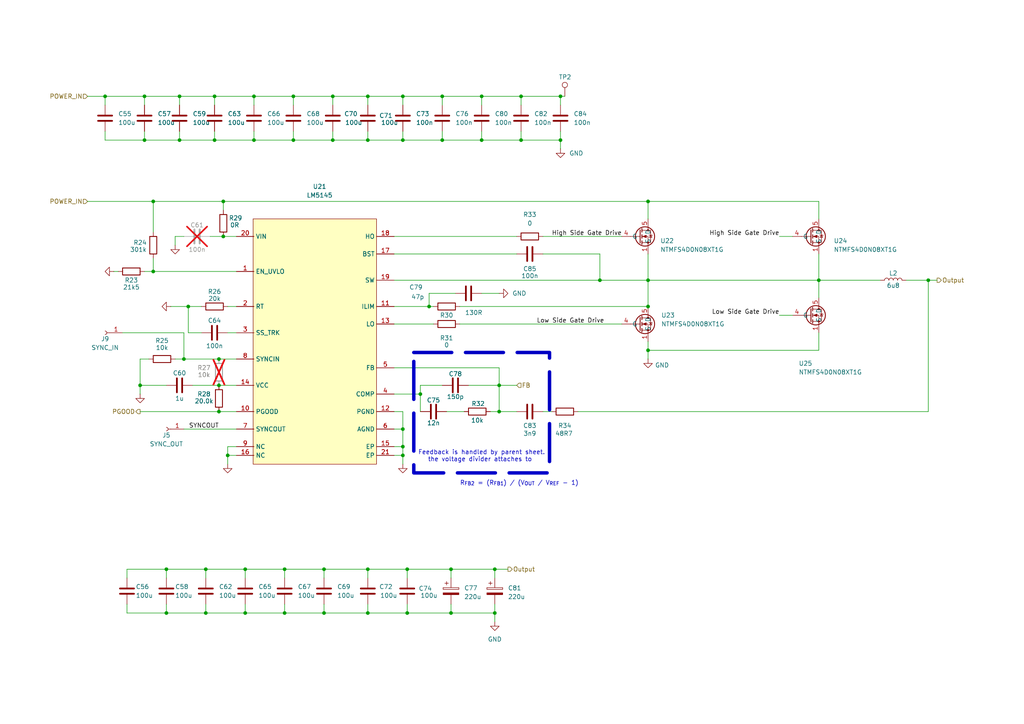
<source format=kicad_sch>
(kicad_sch (version 20250114) (generator "eeschema") (generator_version "9.0")
  (paper "A4")
  (title_block (rev "Vol. 2") (company "University of Alberta EcoCar Team"))
  (lib_symbols
    (symbol "Connector:Conn_01x01_Socket" (pin_names (offset 1.016) (hide yes))
      (property "Reference" "J" (at 0 2.54 0))
      (property "Value" "Conn_01x01_Socket" (at 0 -2.54 0))
      (symbol "Conn_01x01_Socket_1_1"
        (polyline (pts (xy -1.27 0) (xy -0.508 0)) (stroke (width 0.1524)))
        (arc (start 0 -0.508) (mid -0.5058 0) (end 0 0.508) (stroke (width 0.1524)))
        (pin passive line (at -5.08 0 0) (length 3.81) (name "Pin_1") (number "1"))
      )
    )
    (symbol "Connector:TestPoint" (pin_numbers (hide yes)) (pin_names (offset 0.762) (hide yes))
      (property "Reference" "TP" (at 0 6.858 0))
      (property "Value" "TestPoint" (at 0 5.08 0))
      (symbol "TestPoint_0_1"
        (circle (center 0 3.302) (radius 0.762))
      )
      (symbol "TestPoint_1_1"
        (pin passive line (at 0 0 90) (length 2.54) (name "1") (number "1"))
      )
    )
    (symbol "Device:C" (pin_numbers (hide yes)) (pin_names (offset 0.254))
      (property "Reference" "C" (at 0.635 2.54 0))
      (property "Value" "C" (at 0.635 -2.54 0))
      (symbol "C_0_1"
        (polyline (pts (xy -2.032 0.762) (xy 2.032 0.762)) (stroke (width 0.508)))
        (polyline (pts (xy -2.032 -0.762) (xy 2.032 -0.762)) (stroke (width 0.508)))
      )
      (symbol "C_1_1"
        (pin passive line (at 0 3.81 270) (length 2.794) (name "~") (number "1"))
        (pin passive line (at 0 -3.81 90) (length 2.794) (name "~") (number "2"))
      )
    )
    (symbol "Device:C_Polarized" (pin_numbers (hide yes)) (pin_names (offset 0.254))
      (property "Reference" "C" (at 0.635 2.54 0))
      (property "Value" "C_Polarized" (at 0.635 -2.54 0))
      (symbol "C_Polarized_0_1"
        (rectangle (start -2.286 0.508) (end 2.286 1.016))
        (polyline (pts (xy -1.778 2.286) (xy -0.762 2.286)))
        (polyline (pts (xy -1.27 2.794) (xy -1.27 1.778)))
        (rectangle (start 2.286 -0.508) (end -2.286 -1.016) (fill (type outline)))
      )
      (symbol "C_Polarized_1_1"
        (pin passive line (at 0 3.81 270) (length 2.794) (name "~") (number "1"))
        (pin passive line (at 0 -3.81 90) (length 2.794) (name "~") (number "2"))
      )
    )
    (symbol "Device:L" (pin_numbers (hide yes)) (pin_names (offset 1.016) (hide yes))
      (property "Reference" "L" (at -1.27 0 90))
      (property "Value" "L" (at 1.905 0 90))
      (symbol "L_0_1"
        (arc (start 0 2.54) (mid 0.6323 1.905) (end 0 1.27))
        (arc (start 0 1.27) (mid 0.6323 0.635) (end 0 0))
        (arc (start 0 0) (mid 0.6323 -0.635) (end 0 -1.27))
        (arc (start 0 -1.27) (mid 0.6323 -1.905) (end 0 -2.54))
      )
      (symbol "L_1_1"
        (pin passive line (at 0 3.81 270) (length 1.27) (name "1") (number "1"))
        (pin passive line (at 0 -3.81 90) (length 1.27) (name "2") (number "2"))
      )
    )
    (symbol "Device:R" (pin_numbers (hide yes)) (pin_names (offset 0))
      (property "Reference" "R" (at 2.032 0 90))
      (property "Value" "R" (at 0 0 90))
      (symbol "R_0_1"
        (rectangle (start -1.016 -2.54) (end 1.016 2.54) (stroke (width 0.254)))
      )
      (symbol "R_1_1"
        (pin passive line (at 0 3.81 270) (length 1.27) (name "~") (number "1"))
        (pin passive line (at 0 -3.81 90) (length 1.27) (name "~") (number "2"))
      )
    )
    (symbol "ecocad_lib_symbols:LM5145"
      (property "Reference" "U" (at -0.254 38.354 0))
      (property "Value" "LM5145" (at 0 0.254 0))
      (symbol "LM5145_0_1"
        (pin power_in line (at -24.13 30.734 0) (length 5.08) (name "VIN") (number "20"))
        (pin input line (at -24.13 20.574 0) (length 5.08) (name "EN_UVLO") (number "1"))
        (pin input line (at -24.13 10.414 0) (length 5.08) (name "RT") (number "2"))
        (pin input line (at -24.13 2.794 0) (length 5.08) (name "SS_TRK") (number "3"))
        (pin input line (at -24.13 -4.826 0) (length 5.08) (name "SYNCIN") (number "8"))
        (pin power_in line (at -24.13 -12.446 0) (length 5.08) (name "VCC") (number "14"))
        (pin open_collector line (at -24.13 -20.066 0) (length 5.08) (name "PGOOD") (number "10"))
        (pin output line (at -24.13 -25.146 0) (length 5.08) (name "SYNCOUT") (number "7"))
        (pin unspecified line (at -24.13 -30.226 0) (length 5.08) (name "NC") (number "9"))
        (pin unspecified line (at -24.13 -32.766 0) (length 5.08) (name "NC") (number "16"))
        (pin output line (at 21.59 30.734 180) (length 5.08) (name "HO") (number "18"))
        (pin unspecified line (at 21.59 25.654 180) (length 5.08) (name "BST") (number "17"))
        (pin power_in line (at 21.59 18.034 180) (length 5.08) (name "SW") (number "19"))
        (pin input line (at 21.59 10.414 180) (length 5.08) (name "ILIM") (number "11"))
        (pin output line (at 21.59 5.334 180) (length 5.08) (name "LO") (number "13"))
        (pin input line (at 21.59 -7.366 180) (length 5.08) (name "FB") (number "5"))
        (pin unspecified line (at 21.59 -14.986 180) (length 5.08) (name "COMP") (number "4"))
        (pin power_in line (at 21.59 -20.066 180) (length 5.08) (name "PGND") (number "12"))
        (pin power_in line (at 21.59 -25.146 180) (length 5.08) (name "AGND") (number "6"))
        (pin power_in line (at 21.59 -30.226 180) (length 5.08) (name "EP") (number "15"))
        (pin power_in line (at 21.59 -32.766 180) (length 5.08) (name "EP") (number "21"))
      )
      (symbol "LM5145_1_1"
        (rectangle (start -19.304 35.814) (end 16.51 -35.306) (fill (type background)))
      )
    )
    (symbol "ecocad_lib_symbols:NTMFS4D0N08XT1G"
      (property "Reference" "U" (at 3.556 5.08 0))
      (property "Value" "NTMFS4D0N08XT1G" (at 11.938 2.794 0))
      (property "DK#" "488-NTMFS4D0N08XT1GCT-ND" (at 0.762 -13.97 0))
      (symbol "NTMFS4D0N08XT1G_0_1"
        (polyline (pts (xy -2.286 1.905) (xy -2.286 -1.905)) (stroke (width 0.254)))
        (polyline (pts (xy -2.286 0) (xy -5.08 0)))
        (polyline (pts (xy -1.778 2.286) (xy -1.778 1.27)) (stroke (width 0.254)))
        (polyline (pts (xy -1.778 0.508) (xy -1.778 -0.508)) (stroke (width 0.254)))
        (polyline (pts (xy -1.778 -1.27) (xy -1.778 -2.286)) (stroke (width 0.254)))
        (polyline (pts (xy -1.778 -1.778) (xy 0.762 -1.778) (xy 0.762 1.778) (xy -1.778 1.778)))
        (polyline (pts (xy -1.524 0) (xy -0.508 0.381) (xy -0.508 -0.381) (xy -1.524 0)) (fill (type outline)))
        (circle (center -0.889 0) (radius 2.794) (stroke (width 0.254)))
        (polyline (pts (xy 0 2.54) (xy 0 1.778)))
        (circle (center 0 1.778) (radius 0.254) (fill (type outline)))
        (circle (center 0 -1.778) (radius 0.254) (fill (type outline)))
        (polyline (pts (xy 0 -2.54) (xy 0 0) (xy -1.778 0)))
        (polyline (pts (xy 0.254 0.508) (xy 0.381 0.381) (xy 1.143 0.381) (xy 1.27 0.254)))
        (polyline (pts (xy 0.762 0.381) (xy 0.381 -0.254) (xy 1.143 -0.254) (xy 0.762 0.381)))
      )
      (symbol "NTMFS4D0N08XT1G_1_1"
        (pin input line (at -7.62 0 0) (length 2.54) (name "G") (number "4"))
        (pin passive line (at 0 5.08 270) (length 2.54) (name "D") (number "5"))
        (pin passive line (at 0 -5.08 90) (length 2.54) (name "S") (number "1"))
        (pin passive line (at 0 -5.08 90) (length 2.54) (hide yes) (name "S") (number "2"))
        (pin passive line (at 0 -5.08 90) (length 2.54) (hide yes) (name "S") (number "3"))
      )
    )
    (symbol "power:GND" (power) (pin_numbers (hide yes)) (pin_names (offset 0) (hide yes))
      (property "Value" "GND" (at 0 -3.81 0))
      (symbol "GND_0_1"
        (polyline (pts (xy 0 0) (xy 0 -1.27) (xy 1.27 -1.27) (xy 0 -2.54) (xy -1.27 -1.27) (xy 0 -1.27)))
      )
      (symbol "GND_1_1"
        (pin power_in line (at 0 0 270) (length 0) (name "~") (number "1"))
      )
    )
  )
  (rectangle (start 120.015 102.235) (end 159.385 137.16) (stroke (width 1) (type dash) (color 0 0 194 1)))
  (text "Feedback is handled by parent sheet.\nthe voltage divider attaches to " (at 139.7 132.334 0) (effects (font (size 1.27 1.27))))
  (text "R_{FB2} = (R_{FB1}) / (V_{OUT} / V_{REF} - 1)" (at 150.622 140.208 0) (effects (font (size 1.27 1.27))))
  (junction (at 63.5 111.76))
  (junction (at 116.84 40.64))
  (junction (at 41.91 40.64))
  (junction (at 130.81 177.8))
  (junction (at 96.52 40.64))
  (junction (at 173.99 81.28))
  (junction (at 53.34 104.14))
  (junction (at 106.68 177.8))
  (junction (at 40.64 111.76))
  (junction (at 269.24 81.28))
  (junction (at 93.98 165.1))
  (junction (at 85.09 27.94))
  (junction (at 82.55 177.8))
  (junction (at 116.84 129.54))
  (junction (at 118.11 165.1))
  (junction (at 59.69 165.1))
  (junction (at 106.68 40.64))
  (junction (at 187.96 101.6))
  (junction (at 41.91 27.94))
  (junction (at 128.27 40.64))
  (junction (at 116.84 132.08))
  (junction (at 116.84 124.46))
  (junction (at 162.56 27.94))
  (junction (at 121.92 114.3))
  (junction (at 62.23 40.64))
  (junction (at 124.46 88.9))
  (junction (at 130.81 165.1))
  (junction (at 71.12 165.1))
  (junction (at 44.45 78.74))
  (junction (at 52.07 27.94))
  (junction (at 96.52 27.94))
  (junction (at 143.51 177.8))
  (junction (at 66.04 132.08))
  (junction (at 44.45 58.42))
  (junction (at 48.26 165.1))
  (junction (at 151.13 27.94))
  (junction (at 64.77 68.58))
  (junction (at 162.56 40.64))
  (junction (at 54.61 88.9))
  (junction (at 106.68 165.1))
  (junction (at 144.78 119.38))
  (junction (at 48.26 177.8))
  (junction (at 62.23 27.94))
  (junction (at 30.48 27.94))
  (junction (at 73.66 27.94))
  (junction (at 59.69 177.8))
  (junction (at 63.5 104.14))
  (junction (at 93.98 177.8))
  (junction (at 143.51 165.1))
  (junction (at 82.55 165.1))
  (junction (at 187.96 88.9))
  (junction (at 187.96 58.42))
  (junction (at 237.49 81.28))
  (junction (at 73.66 40.64))
  (junction (at 144.78 111.76))
  (junction (at 63.5 119.38))
  (junction (at 139.7 27.94))
  (junction (at 118.11 177.8))
  (junction (at 116.84 27.94))
  (junction (at 52.07 40.64))
  (junction (at 64.77 58.42))
  (junction (at 151.13 40.64))
  (junction (at 71.12 177.8))
  (junction (at 128.27 27.94))
  (junction (at 139.7 40.64))
  (junction (at 106.68 27.94))
  (junction (at 85.09 40.64))
  (junction (at 187.96 81.28))
  (wire (pts (xy 52.07 40.64) (xy 52.07 38.1)))
  (wire (pts (xy 128.27 30.48) (xy 128.27 27.94)))
  (wire (pts (xy 71.12 177.8) (xy 71.12 175.26)))
  (wire (pts (xy 139.7 40.64) (xy 151.13 40.64)))
  (wire (pts (xy 82.55 165.1) (xy 82.55 167.64)))
  (wire (pts (xy 53.34 104.14) (xy 63.5 104.14)))
  (wire (pts (xy 114.3 81.28) (xy 173.99 81.28)))
  (wire (pts (xy 53.34 96.52) (xy 53.34 104.14)))
  (wire (pts (xy 237.49 96.52) (xy 237.49 101.6)))
  (wire (pts (xy 139.7 30.48) (xy 139.7 27.94)))
  (wire (pts (xy 25.4 27.94) (xy 30.48 27.94)))
  (wire (pts (xy 151.13 40.64) (xy 162.56 40.64)))
  (wire (pts (xy 52.07 30.48) (xy 52.07 27.94)))
  (wire (pts (xy 30.48 40.64) (xy 41.91 40.64)))
  (wire (pts (xy 30.48 30.48) (xy 30.48 27.94)))
  (wire (pts (xy 36.83 167.64) (xy 36.83 165.1)))
  (wire (pts (xy 85.09 40.64) (xy 85.09 38.1)))
  (wire (pts (xy 121.92 119.38) (xy 121.92 114.3)))
  (wire (pts (xy 50.8 68.58) (xy 53.34 68.58)))
  (wire (pts (xy 64.77 58.42) (xy 64.77 60.96)))
  (wire (pts (xy 237.49 73.66) (xy 237.49 81.28)))
  (wire (pts (xy 116.84 132.08) (xy 116.84 134.62)))
  (wire (pts (xy 142.24 119.38) (xy 144.78 119.38)))
  (wire (pts (xy 96.52 40.64) (xy 106.68 40.64)))
  (wire (pts (xy 167.64 119.38) (xy 269.24 119.38)))
  (wire (pts (xy 118.11 177.8) (xy 130.81 177.8)))
  (wire (pts (xy 130.81 165.1) (xy 143.51 165.1)))
  (wire (pts (xy 144.78 119.38) (xy 149.86 119.38)))
  (wire (pts (xy 128.27 40.64) (xy 139.7 40.64)))
  (wire (pts (xy 187.96 104.14) (xy 187.96 101.6)))
  (wire (pts (xy 106.68 40.64) (xy 116.84 40.64)))
  (wire (pts (xy 143.51 177.8) (xy 143.51 175.26)))
  (wire (pts (xy 162.56 40.64) (xy 162.56 43.18)))
  (wire (pts (xy 106.68 165.1) (xy 106.68 167.64)))
  (wire (pts (xy 40.64 114.3) (xy 40.64 111.76)))
  (wire (pts (xy 187.96 81.28) (xy 187.96 88.9)))
  (wire (pts (xy 71.12 165.1) (xy 71.12 167.64)))
  (wire (pts (xy 162.56 30.48) (xy 162.56 27.94)))
  (wire (pts (xy 121.92 111.76) (xy 121.92 114.3)))
  (wire (pts (xy 187.96 58.42) (xy 237.49 58.42)))
  (wire (pts (xy 62.23 27.94) (xy 73.66 27.94)))
  (wire (pts (xy 54.61 96.52) (xy 58.42 96.52)))
  (wire (pts (xy 114.3 73.66) (xy 149.86 73.66)))
  (wire (pts (xy 173.99 73.66) (xy 173.99 81.28)))
  (wire (pts (xy 106.68 177.8) (xy 106.68 175.26)))
  (wire (pts (xy 44.45 58.42) (xy 64.77 58.42)))
  (wire (pts (xy 237.49 58.42) (xy 237.49 63.5)))
  (wire (pts (xy 237.49 81.28) (xy 237.49 86.36)))
  (wire (pts (xy 187.96 58.42) (xy 187.96 63.5)))
  (wire (pts (xy 85.09 30.48) (xy 85.09 27.94)))
  (wire (pts (xy 66.04 96.52) (xy 68.58 96.52)))
  (wire (pts (xy 55.88 111.76) (xy 63.5 111.76)))
  (wire (pts (xy 135.89 111.76) (xy 144.78 111.76)))
  (wire (pts (xy 53.34 124.46) (xy 68.58 124.46)))
  (wire (pts (xy 269.24 81.28) (xy 269.24 119.38)))
  (wire (pts (xy 63.5 111.76) (xy 68.58 111.76)))
  (wire (pts (xy 118.11 177.8) (xy 118.11 175.26)))
  (wire (pts (xy 118.11 165.1) (xy 130.81 165.1)))
  (wire (pts (xy 106.68 27.94) (xy 116.84 27.94)))
  (wire (pts (xy 62.23 30.48) (xy 62.23 27.94)))
  (wire (pts (xy 144.78 111.76) (xy 149.86 111.76)))
  (wire (pts (xy 35.56 96.52) (xy 53.34 96.52)))
  (wire (pts (xy 44.45 74.93) (xy 44.45 78.74)))
  (wire (pts (xy 187.96 81.28) (xy 237.49 81.28)))
  (wire (pts (xy 40.64 119.38) (xy 63.5 119.38)))
  (wire (pts (xy 187.96 73.66) (xy 187.96 81.28)))
  (wire (pts (xy 116.84 30.48) (xy 116.84 27.94)))
  (wire (pts (xy 30.48 27.94) (xy 41.91 27.94)))
  (wire (pts (xy 41.91 40.64) (xy 41.91 38.1)))
  (wire (pts (xy 49.53 88.9) (xy 54.61 88.9)))
  (wire (pts (xy 124.46 85.09) (xy 124.46 88.9)))
  (wire (pts (xy 143.51 165.1) (xy 143.51 167.64)))
  (wire (pts (xy 125.73 88.9) (xy 124.46 88.9)))
  (wire (pts (xy 40.64 104.14) (xy 40.64 111.76)))
  (wire (pts (xy 151.13 27.94) (xy 162.56 27.94)))
  (wire (pts (xy 187.96 101.6) (xy 187.96 99.06)))
  (wire (pts (xy 44.45 78.74) (xy 68.58 78.74)))
  (wire (pts (xy 151.13 40.64) (xy 151.13 38.1)))
  (wire (pts (xy 50.8 68.58) (xy 50.8 71.12)))
  (wire (pts (xy 59.69 165.1) (xy 59.69 167.64)))
  (wire (pts (xy 54.61 88.9) (xy 58.42 88.9)))
  (wire (pts (xy 66.04 132.08) (xy 68.58 132.08)))
  (wire (pts (xy 96.52 27.94) (xy 106.68 27.94)))
  (wire (pts (xy 36.83 175.26) (xy 36.83 177.8)))
  (wire (pts (xy 48.26 177.8) (xy 59.69 177.8)))
  (wire (pts (xy 118.11 165.1) (xy 118.11 167.64)))
  (wire (pts (xy 106.68 30.48) (xy 106.68 27.94)))
  (wire (pts (xy 114.3 132.08) (xy 116.84 132.08)))
  (wire (pts (xy 229.87 68.58) (xy 226.06 68.58)))
  (wire (pts (xy 114.3 93.98) (xy 125.73 93.98)))
  (wire (pts (xy 128.27 40.64) (xy 128.27 38.1)))
  (wire (pts (xy 30.48 40.64) (xy 30.48 38.1)))
  (wire (pts (xy 139.7 40.64) (xy 139.7 38.1)))
  (wire (pts (xy 41.91 27.94) (xy 52.07 27.94)))
  (wire (pts (xy 96.52 30.48) (xy 96.52 27.94)))
  (wire (pts (xy 162.56 27.94) (xy 163.83 27.94)))
  (wire (pts (xy 66.04 88.9) (xy 68.58 88.9)))
  (wire (pts (xy 114.3 68.58) (xy 149.86 68.58)))
  (wire (pts (xy 116.84 129.54) (xy 116.84 132.08)))
  (wire (pts (xy 139.7 85.09) (xy 144.78 85.09)))
  (wire (pts (xy 93.98 165.1) (xy 106.68 165.1)))
  (wire (pts (xy 269.24 81.28) (xy 271.78 81.28)))
  (wire (pts (xy 73.66 27.94) (xy 85.09 27.94)))
  (wire (pts (xy 114.3 106.68) (xy 144.78 106.68)))
  (wire (pts (xy 144.78 106.68) (xy 144.78 111.76)))
  (wire (pts (xy 43.18 104.14) (xy 40.64 104.14)))
  (wire (pts (xy 59.69 177.8) (xy 71.12 177.8)))
  (wire (pts (xy 262.89 81.28) (xy 269.24 81.28)))
  (wire (pts (xy 59.69 177.8) (xy 59.69 175.26)))
  (wire (pts (xy 73.66 40.64) (xy 73.66 38.1)))
  (wire (pts (xy 114.3 124.46) (xy 116.84 124.46)))
  (wire (pts (xy 128.27 111.76) (xy 121.92 111.76)))
  (wire (pts (xy 93.98 177.8) (xy 106.68 177.8)))
  (wire (pts (xy 34.29 78.74) (xy 33.02 78.74)))
  (wire (pts (xy 64.77 58.42) (xy 187.96 58.42)))
  (wire (pts (xy 157.48 68.58) (xy 180.34 68.58)))
  (wire (pts (xy 226.06 91.44) (xy 229.87 91.44)))
  (wire (pts (xy 85.09 27.94) (xy 96.52 27.94)))
  (wire (pts (xy 116.84 40.64) (xy 116.84 38.1)))
  (wire (pts (xy 71.12 177.8) (xy 82.55 177.8)))
  (wire (pts (xy 124.46 85.09) (xy 132.08 85.09)))
  (wire (pts (xy 151.13 30.48) (xy 151.13 27.94)))
  (wire (pts (xy 187.96 101.6) (xy 237.49 101.6)))
  (wire (pts (xy 144.78 111.76) (xy 144.78 119.38)))
  (wire (pts (xy 129.54 119.38) (xy 134.62 119.38)))
  (wire (pts (xy 66.04 134.62) (xy 66.04 132.08)))
  (wire (pts (xy 130.81 165.1) (xy 130.81 167.64)))
  (wire (pts (xy 130.81 177.8) (xy 130.81 175.26)))
  (wire (pts (xy 106.68 177.8) (xy 118.11 177.8)))
  (wire (pts (xy 73.66 30.48) (xy 73.66 27.94)))
  (wire (pts (xy 114.3 129.54) (xy 116.84 129.54)))
  (wire (pts (xy 128.27 27.94) (xy 139.7 27.94)))
  (wire (pts (xy 62.23 40.64) (xy 73.66 40.64)))
  (wire (pts (xy 52.07 27.94) (xy 62.23 27.94)))
  (wire (pts (xy 116.84 27.94) (xy 128.27 27.94)))
  (wire (pts (xy 157.48 73.66) (xy 173.99 73.66)))
  (wire (pts (xy 63.5 119.38) (xy 68.58 119.38)))
  (wire (pts (xy 93.98 165.1) (xy 93.98 167.64)))
  (wire (pts (xy 73.66 40.64) (xy 85.09 40.64)))
  (wire (pts (xy 139.7 27.94) (xy 151.13 27.94)))
  (wire (pts (xy 54.61 96.52) (xy 54.61 88.9)))
  (wire (pts (xy 50.8 104.14) (xy 53.34 104.14)))
  (wire (pts (xy 85.09 40.64) (xy 96.52 40.64)))
  (wire (pts (xy 143.51 180.34) (xy 143.51 177.8)))
  (wire (pts (xy 44.45 58.42) (xy 44.45 67.31)))
  (wire (pts (xy 40.64 111.76) (xy 48.26 111.76)))
  (wire (pts (xy 143.51 165.1) (xy 147.32 165.1)))
  (wire (pts (xy 116.84 40.64) (xy 128.27 40.64)))
  (wire (pts (xy 130.81 177.8) (xy 143.51 177.8)))
  (wire (pts (xy 36.83 177.8) (xy 48.26 177.8)))
  (wire (pts (xy 157.48 119.38) (xy 160.02 119.38)))
  (wire (pts (xy 59.69 165.1) (xy 71.12 165.1)))
  (wire (pts (xy 63.5 104.14) (xy 68.58 104.14)))
  (wire (pts (xy 44.45 78.74) (xy 41.91 78.74)))
  (wire (pts (xy 173.99 81.28) (xy 187.96 81.28)))
  (wire (pts (xy 106.68 40.64) (xy 106.68 38.1)))
  (wire (pts (xy 237.49 81.28) (xy 255.27 81.28)))
  (wire (pts (xy 66.04 132.08) (xy 66.04 129.54)))
  (wire (pts (xy 48.26 165.1) (xy 48.26 167.64)))
  (wire (pts (xy 133.35 93.98) (xy 180.34 93.98)))
  (wire (pts (xy 62.23 40.64) (xy 62.23 38.1)))
  (wire (pts (xy 71.12 165.1) (xy 82.55 165.1)))
  (wire (pts (xy 82.55 165.1) (xy 93.98 165.1)))
  (wire (pts (xy 93.98 177.8) (xy 93.98 175.26)))
  (wire (pts (xy 96.52 40.64) (xy 96.52 38.1)))
  (wire (pts (xy 106.68 165.1) (xy 118.11 165.1)))
  (wire (pts (xy 82.55 177.8) (xy 82.55 175.26)))
  (wire (pts (xy 48.26 165.1) (xy 59.69 165.1)))
  (wire (pts (xy 82.55 177.8) (xy 93.98 177.8)))
  (wire (pts (xy 64.77 68.58) (xy 68.58 68.58)))
  (wire (pts (xy 36.83 165.1) (xy 48.26 165.1)))
  (wire (pts (xy 114.3 114.3) (xy 121.92 114.3)))
  (wire (pts (xy 41.91 30.48) (xy 41.91 27.94)))
  (wire (pts (xy 116.84 124.46) (xy 116.84 129.54)))
  (wire (pts (xy 41.91 40.64) (xy 52.07 40.64)))
  (wire (pts (xy 162.56 40.64) (xy 162.56 38.1)))
  (wire (pts (xy 60.96 68.58) (xy 64.77 68.58)))
  (wire (pts (xy 133.35 88.9) (xy 187.96 88.9)))
  (wire (pts (xy 66.04 129.54) (xy 68.58 129.54)))
  (wire (pts (xy 48.26 177.8) (xy 48.26 175.26)))
  (wire (pts (xy 114.3 119.38) (xy 116.84 119.38)))
  (wire (pts (xy 116.84 119.38) (xy 116.84 124.46)))
  (wire (pts (xy 25.4 58.42) (xy 44.45 58.42)))
  (wire (pts (xy 52.07 40.64) (xy 62.23 40.64)))
  (wire (pts (xy 114.3 88.9) (xy 124.46 88.9)))
  (label "High Side Gate Drive" (at 160.02 68.58 0))
  (label "High Side Gate Drive" (at 226.06 68.58 180))
  (label "SYNCOUT" (at 63.5 124.46 180))
  (label "Low Side Gate Drive" (at 175.26 93.98 180))
  (label "Low Side Gate Drive" (at 226.06 91.44 180))
  (hierarchical_label "PGOOD" (shape output) (at 40.64 119.38 180))
  (hierarchical_label "POWER_IN" (shape input) (at 25.4 27.94 180))
  (hierarchical_label "Output" (shape output) (at 271.78 81.28 0))
  (hierarchical_label "Output" (shape output) (at 147.32 165.1 0))
  (hierarchical_label "POWER_IN" (shape input) (at 25.4 58.42 180))
  (hierarchical_label "FB" (shape input) (at 149.86 111.76 0))
  (symbol (lib_id "power:GND") (at 162.56 43.18 0) (unit 1)
    (property "Reference" "#PWR051" (effects (hide yes)))
    (property "Value" "GND" (at 165.1 44.4499 0) (effects (justify left)))
    (property "Description" "Power symbol creates a global label with name \"GND\" , ground" (effects (hide yes)))
    (instances (project "Battery-Board" (path "" (reference "#PWR060") (unit 1)) (path "" (reference "#PWR051") (unit 1))))
  )
  (symbol (lib_id "ecocad_lib_symbols:NTMFS4D0N08XT1G") (at 187.96 68.58 0) (unit 1)
    (property "Reference" "U13" (at 191.516 69.85 0) (effects (justify left)))
    (property "Value" "NTMFS4D0N08XT1G" (at 191.516 72.39 0) (effects (justify left)))
    (property "Footprint" "ecocad_lib_footprints:PowerMosDFNHybrid" (effects (hide yes)))
    (property "Datasheet" "https://www.onsemi.com/download/data-sheet/pdf/ntmfs4d0n08x-d.pdf" (effects (hide yes)))
    (property "Description" "N-Channel 80 V 119A (Tc) 107W (Tc) Surface Mount 5-DFN (5x6) (8-SOFL)" (effects (hide yes)))
    (property "DK#" "488-NTMFS4D0N08XT1GCT-ND" (effects (hide yes)))
    (instances (project "Battery-Board" (path "" (reference "U22") (unit 1)) (path "" (reference "U13") (unit 1))))
  )
  (symbol (lib_id "Device:C") (at 153.67 73.66 270) (unit 1)
    (property "Reference" "C50" (at 153.67 77.978 90))
    (property "Value" "100n" (at 153.67 80.01 90))
    (property "Footprint" "Capacitor_SMD:C_0603_1608Metric" (effects (hide yes)))
    (property "Description" "Unpolarized capacitor" (effects (hide yes)))
    (instances (project "Battery-Board" (path "" (reference "C85") (unit 1)) (path "" (reference "C50") (unit 1))))
  )
  (symbol (lib_id "Connector:Conn_01x01_Socket") (at 30.48 96.52 180) (unit 1)
    (property "Reference" "J8" (at 30.48 98.298 0))
    (property "Value" "SYNC_IN" (at 30.48 100.838 0))
    (property "Footprint" "Connector_PinHeader_2.54mm:PinHeader_1x01_P2.54mm_Vertical" (effects (hide yes)))
    (property "Description" "Generic connector, single row, 01x01, script generated" (effects (hide yes)))
    (instances (project "Battery-Board" (path "" (reference "J9") (unit 1)) (path "" (reference "J8") (unit 1))))
  )
  (symbol (lib_id "Device:R") (at 63.5 107.95 0) (unit 1) (dnp yes)
    (property "Reference" "R15" (at 59.182 106.68 0))
    (property "Value" "10k" (at 59.182 108.712 0))
    (property "Footprint" "Resistor_SMD:R_0603_1608Metric" (effects (hide yes)))
    (property "Description" "Resistor" (effects (hide yes)))
    (instances (project "Battery-Board" (path "" (reference "R27") (unit 1)) (path "" (reference "R15") (unit 1))))
  )
  (symbol (lib_id "Device:C") (at 151.13 34.29 0) (unit 1)
    (property "Reference" "C47" (at 154.94 33.0199 0) (effects (justify left)))
    (property "Value" "100n" (at 154.94 35.5599 0) (effects (justify left)))
    (property "Footprint" "Capacitor_SMD:C_0603_1608Metric" (effects (hide yes)))
    (property "Description" "Unpolarized capacitor" (effects (hide yes)))
    (instances (project "Battery-Board" (path "" (reference "C82") (unit 1)) (path "" (reference "C47") (unit 1))))
  )
  (symbol (lib_id "power:GND") (at 50.8 71.12 0) (unit 1)
    (property "Reference" "#PWR047" (effects (hide yes)))
    (property "Value" "GND" (effects (hide yes)))
    (property "Description" "Power symbol creates a global label with name \"GND\" , ground" (effects (hide yes)))
    (instances (project "Battery-Board" (path "" (reference "#PWR056") (unit 1)) (path "" (reference "#PWR047") (unit 1))))
  )
  (symbol (lib_id "Device:L") (at 259.08 81.28 90) (unit 1)
    (property "Reference" "L1" (at 259.08 79.248 90))
    (property "Value" "6u8" (at 259.08 82.804 90))
    (property "Footprint" "ecocad_lib_footprints:L_Bourns_SRR1208_12.7x12.7mm" (effects (hide yes)))
    (property "Description" "Inductor" (effects (hide yes)))
    (instances (project "Battery-Board" (path "" (reference "L2") (unit 1)) (path "" (reference "L1") (unit 1))))
  )
  (symbol (lib_id "Device:C") (at 132.08 111.76 90) (unit 1)
    (property "Reference" "C43" (at 132.08 108.458 90))
    (property "Value" "150p" (at 132.08 115.062 90))
    (property "Footprint" "Capacitor_SMD:C_0603_1608Metric" (effects (hide yes)))
    (property "Description" "Unpolarized capacitor" (effects (hide yes)))
    (instances (project "Battery-Board" (path "" (reference "C78") (unit 1)) (path "" (reference "C43") (unit 1))))
  )
  (symbol (lib_id "Device:C") (at 118.11 171.45 0) (unit 1)
    (property "Reference" "C39" (at 121.412 170.688 0) (effects (justify left)))
    (property "Value" "100u" (at 121.92 172.7199 0) (effects (justify left)))
    (property "Footprint" "Capacitor_SMD:C_1210_3225Metric" (effects (hide yes)))
    (property "Description" "Unpolarized capacitor" (effects (hide yes)))
    (instances (project "Battery-Board" (path "" (reference "C74") (unit 1)) (path "" (reference "C39") (unit 1))))
  )
  (symbol (lib_id "power:GND") (at 187.96 104.14 0) (unit 1)
    (property "Reference" "#PWR052" (effects (hide yes)))
    (property "Value" "GND" (at 192.024 105.918 0))
    (property "Description" "Power symbol creates a global label with name \"GND\" , ground" (effects (hide yes)))
    (instances (project "Battery-Board" (path "" (reference "#PWR061") (unit 1)) (path "" (reference "#PWR052") (unit 1))))
  )
  (symbol (lib_id "power:GND") (at 66.04 134.62 0) (unit 1)
    (property "Reference" "#PWR042" (effects (hide yes)))
    (property "Value" "GND" (effects (hide yes)))
    (property "Description" "Power symbol creates a global label with name \"GND\" , ground" (effects (hide yes)))
    (instances (project "Battery-Board" (path "" (reference "#PWR093") (unit 1)) (path "" (reference "#PWR042") (unit 1))))
  )
  (symbol (lib_id "power:GND") (at 143.51 180.34 0) (unit 1)
    (property "Reference" "#PWR049" (effects (hide yes)))
    (property "Value" "GND" (at 143.51 185.42 0))
    (property "Description" "Power symbol creates a global label with name \"GND\" , ground" (effects (hide yes)))
    (instances (project "Battery-Board" (path "" (reference "#PWR058") (unit 1)) (path "" (reference "#PWR049") (unit 1))))
  )
  (symbol (lib_id "power:GND") (at 49.53 88.9 270) (unit 1)
    (property "Reference" "#PWR046" (effects (hide yes)))
    (property "Value" "GND" (effects (hide yes)))
    (property "Description" "Power symbol creates a global label with name \"GND\" , ground" (effects (hide yes)))
    (instances (project "Battery-Board" (path "" (reference "#PWR055") (unit 1)) (path "" (reference "#PWR046") (unit 1))))
  )
  (symbol (lib_id "Device:C") (at 128.27 34.29 0) (unit 1)
    (property "Reference" "C41" (at 132.08 33.0199 0) (effects (justify left)))
    (property "Value" "100n" (at 132.08 35.5599 0) (effects (justify left)))
    (property "Footprint" "Capacitor_SMD:C_0603_1608Metric" (effects (hide yes)))
    (property "Description" "Unpolarized capacitor" (effects (hide yes)))
    (instances (project "Battery-Board" (path "" (reference "C76") (unit 1)) (path "" (reference "C41") (unit 1))))
  )
  (symbol (lib_id "power:GND") (at 116.84 134.62 0) (unit 1)
    (property "Reference" "#PWR048" (effects (hide yes)))
    (property "Value" "GND" (effects (hide yes)))
    (property "Description" "Power symbol creates a global label with name \"GND\" , ground" (effects (hide yes)))
    (instances (project "Battery-Board" (path "" (reference "#PWR057") (unit 1)) (path "" (reference "#PWR048") (unit 1))))
  )
  (symbol (lib_id "Device:R") (at 46.99 104.14 90) (unit 1)
    (property "Reference" "R13" (at 46.99 98.806 90))
    (property "Value" "10k" (at 46.99 100.838 90))
    (property "Footprint" "Resistor_SMD:R_0603_1608Metric" (effects (hide yes)))
    (property "Description" "Resistor" (effects (hide yes)))
    (instances (project "Battery-Board" (path "" (reference "R25") (unit 1)) (path "" (reference "R13") (unit 1))))
  )
  (symbol (lib_id "ecocad_lib_symbols:NTMFS4D0N08XT1G") (at 237.49 91.44 0) (unit 1)
    (property "Reference" "U16" (at 231.648 105.41 0) (effects (justify left)))
    (property "Value" "NTMFS4D0N08XT1G" (at 231.648 107.95 0) (effects (justify left)))
    (property "Footprint" "ecocad_lib_footprints:PowerMosDFNHybrid" (effects (hide yes)))
    (property "Datasheet" "https://www.onsemi.com/download/data-sheet/pdf/ntmfs4d0n08x-d.pdf" (effects (hide yes)))
    (property "Description" "N-Channel 80 V 119A (Tc) 107W (Tc) Surface Mount 5-DFN (5x6) (8-SOFL)" (effects (hide yes)))
    (property "DK#" "488-NTMFS4D0N08XT1GCT-ND" (effects (hide yes)))
    (instances (project "Battery-Board" (path "" (reference "U25") (unit 1)) (path "" (reference "U16") (unit 1))))
  )
  (symbol (lib_id "Device:R") (at 129.54 93.98 90) (unit 1)
    (property "Reference" "R19" (at 129.54 98.044 90))
    (property "Value" "0" (at 129.54 100.076 90))
    (property "Footprint" "Resistor_SMD:R_0603_1608Metric" (effects (hide yes)))
    (property "Description" "Resistor" (effects (hide yes)))
    (instances (project "Battery-Board" (path "" (reference "R31") (unit 1)) (path "" (reference "R19") (unit 1))))
  )
  (symbol (lib_id "Device:C") (at 48.26 171.45 0) (unit 1)
    (property "Reference" "C23" (at 50.8 170.1799 0) (effects (justify left)))
    (property "Value" "100u" (at 50.8 172.7199 0) (effects (justify left)))
    (property "Footprint" "Capacitor_SMD:C_1210_3225Metric" (effects (hide yes)))
    (property "Description" "Unpolarized capacitor" (effects (hide yes)))
    (instances (project "Battery-Board" (path "" (reference "C58") (unit 1)) (path "" (reference "C23") (unit 1))))
  )
  (symbol (lib_id "Device:R") (at 44.45 71.12 0) (unit 1)
    (property "Reference" "R12" (at 40.64 70.358 0))
    (property "Value" "301k" (at 40.132 72.39 0))
    (property "Footprint" "Resistor_SMD:R_0603_1608Metric" (effects (hide yes)))
    (property "Description" "Resistor" (effects (hide yes)))
    (instances (project "Battery-Board" (path "" (reference "R24") (unit 1)) (path "" (reference "R12") (unit 1))))
  )
  (symbol (lib_id "Connector:TestPoint") (at 163.83 27.94 0) (unit 1)
    (property "Reference" "TP1" (at 162.052 22.352 0) (effects (justify left)))
    (property "Value" "TestPoint" (effects (hide yes)))
    (property "Footprint" "Connector_PinHeader_2.54mm:PinHeader_1x01_P2.54mm_Vertical" (effects (hide yes)))
    (property "Description" "test point" (effects (hide yes)))
    (instances (project "Battery-Board" (path "" (reference "TP2") (unit 1)) (path "" (reference "TP1") (unit 1))))
  )
  (symbol (lib_id "ecocad_lib_symbols:LM5145") (at 92.71 99.314 0) (unit 1)
    (property "Reference" "U12" (at 92.71 54.102 0))
    (property "Value" "LM5145" (at 92.71 56.642 0))
    (property "Footprint" "Texas_RGY_R-PVQFN-N20_EP2.05x3.05mm_ThermalVias" (effects (hide yes)))
    (instances (project "Battery-Board" (path "" (reference "U21") (unit 1)) (path "" (reference "U12") (unit 1))))
  )
  (symbol (lib_id "power:GND") (at 40.64 114.3 0) (unit 1)
    (property "Reference" "#PWR045" (effects (hide yes)))
    (property "Value" "GND" (effects (hide yes)))
    (property "Description" "Power symbol creates a global label with name \"GND\" , ground" (effects (hide yes)))
    (instances (project "Battery-Board" (path "" (reference "#PWR054") (unit 1)) (path "" (reference "#PWR045") (unit 1))))
  )
  (symbol (lib_id "ecocad_lib_symbols:NTMFS4D0N08XT1G") (at 187.96 93.98 0) (unit 1)
    (property "Reference" "U14" (at 191.77 91.4399 0) (effects (justify left)))
    (property "Value" "NTMFS4D0N08XT1G" (at 191.77 93.9799 0) (effects (justify left)))
    (property "Footprint" "ecocad_lib_footprints:PowerMosDFNHybrid" (effects (hide yes)))
    (property "Datasheet" "https://www.onsemi.com/download/data-sheet/pdf/ntmfs4d0n08x-d.pdf" (effects (hide yes)))
    (property "Description" "N-Channel 80 V 119A (Tc) 107W (Tc) Surface Mount 5-DFN (5x6) (8-SOFL)" (effects (hide yes)))
    (property "DK#" "488-NTMFS4D0N08XT1GCT-ND" (effects (hide yes)))
    (instances (project "Battery-Board" (path "" (reference "U23") (unit 1)) (path "" (reference "U14") (unit 1))))
  )
  (symbol (lib_id "Device:C") (at 93.98 171.45 0) (unit 1)
    (property "Reference" "C34" (at 97.79 170.1799 0) (effects (justify left)))
    (property "Value" "100u" (at 97.79 172.7199 0) (effects (justify left)))
    (property "Footprint" "Capacitor_SMD:C_1210_3225Metric" (effects (hide yes)))
    (property "Description" "Unpolarized capacitor" (effects (hide yes)))
    (instances (project "Battery-Board" (path "" (reference "C69") (unit 1)) (path "" (reference "C34") (unit 1))))
  )
  (symbol (lib_id "Device:R") (at 153.67 68.58 90) (unit 1)
    (property "Reference" "R21" (at 153.67 62.23 90))
    (property "Value" "0" (at 153.67 64.77 90))
    (property "Footprint" "Resistor_SMD:R_0603_1608Metric" (effects (hide yes)))
    (property "Description" "Resistor" (effects (hide yes)))
    (instances (project "Battery-Board" (path "" (reference "R33") (unit 1)) (path "" (reference "R21") (unit 1))))
  )
  (symbol (lib_id "Device:R") (at 163.83 119.38 90) (unit 1)
    (property "Reference" "R22" (at 163.83 123.444 90))
    (property "Value" "48R7" (at 163.576 125.73 90))
    (property "Footprint" "Resistor_SMD:R_0603_1608Metric" (effects (hide yes)))
    (property "Description" "Resistor" (effects (hide yes)))
    (instances (project "Battery-Board" (path "" (reference "R34") (unit 1)) (path "" (reference "R22") (unit 1))))
  )
  (symbol (lib_id "ecocad_lib_symbols:NTMFS4D0N08XT1G") (at 237.49 68.58 0) (unit 1)
    (property "Reference" "U15" (at 241.808 69.85 0) (effects (justify left)))
    (property "Value" "NTMFS4D0N08XT1G" (at 241.808 72.39 0) (effects (justify left)))
    (property "Footprint" "ecocad_lib_footprints:PowerMosDFNHybrid" (effects (hide yes)))
    (property "Datasheet" "https://www.onsemi.com/download/data-sheet/pdf/ntmfs4d0n08x-d.pdf" (effects (hide yes)))
    (property "Description" "N-Channel 80 V 119A (Tc) 107W (Tc) Surface Mount 5-DFN (5x6) (8-SOFL)" (effects (hide yes)))
    (property "DK#" "488-NTMFS4D0N08XT1GCT-ND" (effects (hide yes)))
    (instances (project "Battery-Board" (path "" (reference "U24") (unit 1)) (path "" (reference "U15") (unit 1))))
  )
  (symbol (lib_id "Device:C") (at 52.07 34.29 0) (unit 1)
    (property "Reference" "C24" (at 55.88 33.0199 0) (effects (justify left)))
    (property "Value" "100u" (at 55.88 35.5599 0) (effects (justify left)))
    (property "Footprint" "Capacitor_SMD:C_1210_3225Metric" (effects (hide yes)))
    (property "Description" "Unpolarized capacitor" (effects (hide yes)))
    (instances (project "Battery-Board" (path "" (reference "C59") (unit 1)) (path "" (reference "C24") (unit 1))))
  )
  (symbol (lib_id "Device:C") (at 135.89 85.09 270) (unit 1)
    (property "Reference" "C44" (at 120.65 83.312 90))
    (property "Value" "47p" (at 121.158 86.106 90))
    (property "Footprint" "Capacitor_SMD:C_0603_1608Metric" (effects (hide yes)))
    (property "Description" "Unpolarized capacitor" (effects (hide yes)))
    (instances (project "Battery-Board" (path "" (reference "C79") (unit 1)) (path "" (reference "C44") (unit 1))))
  )
  (symbol (lib_id "power:GND") (at 33.02 78.74 270) (unit 1)
    (property "Reference" "#PWR044" (effects (hide yes)))
    (property "Value" "GND" (effects (hide yes)))
    (property "Description" "Power symbol creates a global label with name \"GND\" , ground" (effects (hide yes)))
    (instances (project "Battery-Board" (path "" (reference "#PWR053") (unit 1)) (path "" (reference "#PWR044") (unit 1))))
  )
  (symbol (lib_id "Device:C") (at 62.23 34.29 0) (unit 1)
    (property "Reference" "C28" (at 66.04 33.0199 0) (effects (justify left)))
    (property "Value" "100u" (at 66.04 35.5599 0) (effects (justify left)))
    (property "Footprint" "Capacitor_SMD:C_1210_3225Metric" (effects (hide yes)))
    (property "Description" "Unpolarized capacitor" (effects (hide yes)))
    (instances (project "Battery-Board" (path "" (reference "C63") (unit 1)) (path "" (reference "C28") (unit 1))))
  )
  (symbol (lib_id "Device:C") (at 85.09 34.29 0) (unit 1)
    (property "Reference" "C33" (at 88.9 33.0199 0) (effects (justify left)))
    (property "Value" "100u" (at 88.9 35.5599 0) (effects (justify left)))
    (property "Footprint" "Capacitor_SMD:C_1210_3225Metric" (effects (hide yes)))
    (property "Description" "Unpolarized capacitor" (effects (hide yes)))
    (instances (project "Battery-Board" (path "" (reference "C68") (unit 1)) (path "" (reference "C33") (unit 1))))
  )
  (symbol (lib_id "Device:C") (at 62.23 96.52 90) (unit 1)
    (property "Reference" "C29" (at 62.23 92.964 90))
    (property "Value" "100n" (at 62.23 100.33 90))
    (property "Footprint" "Capacitor_SMD:C_0603_1608Metric" (effects (hide yes)))
    (property "Description" "Unpolarized capacitor" (effects (hide yes)))
    (instances (project "Battery-Board" (path "" (reference "C64") (unit 1)) (path "" (reference "C29") (unit 1))))
  )
  (symbol (lib_id "power:GND") (at 144.78 85.09 90) (unit 1)
    (property "Reference" "#PWR050" (effects (hide yes)))
    (property "Value" "GND" (at 148.59 85.0899 90) (effects (justify right)))
    (property "Description" "Power symbol creates a global label with name \"GND\" , ground" (effects (hide yes)))
    (instances (project "Battery-Board" (path "" (reference "#PWR059") (unit 1)) (path "" (reference "#PWR050") (unit 1))))
  )
  (symbol (lib_id "Device:C") (at 30.48 34.29 0) (unit 1)
    (property "Reference" "C20" (at 34.29 33.0199 0) (effects (justify left)))
    (property "Value" "100u" (at 34.29 35.5599 0) (effects (justify left)))
    (property "Footprint" "Capacitor_SMD:C_1210_3225Metric" (effects (hide yes)))
    (property "Description" "Unpolarized capacitor" (effects (hide yes)))
    (instances (project "Battery-Board" (path "" (reference "C55") (unit 1)) (path "" (reference "C20") (unit 1))))
  )
  (symbol (lib_id "Device:C") (at 41.91 34.29 0) (unit 1)
    (property "Reference" "C22" (at 45.72 33.0199 0) (effects (justify left)))
    (property "Value" "100u" (at 45.72 35.5599 0) (effects (justify left)))
    (property "Footprint" "Capacitor_SMD:C_1210_3225Metric" (effects (hide yes)))
    (property "Description" "Unpolarized capacitor" (effects (hide yes)))
    (instances (project "Battery-Board" (path "" (reference "C57") (unit 1)) (path "" (reference "C22") (unit 1))))
  )
  (symbol (lib_id "Device:R") (at 62.23 88.9 270) (unit 1)
    (property "Reference" "R14" (at 62.23 84.582 90))
    (property "Value" "20k" (at 62.23 86.614 90))
    (property "Footprint" "Resistor_SMD:R_0603_1608Metric" (effects (hide yes)))
    (property "Description" "Resistor" (effects (hide yes)))
    (instances (project "Battery-Board" (path "" (reference "R26") (unit 1)) (path "" (reference "R14") (unit 1))))
  )
  (symbol (lib_id "Device:C_Polarized") (at 143.51 171.45 0) (unit 1)
    (property "Reference" "C46" (at 147.32 170.5609 0) (effects (justify left)))
    (property "Value" "220u" (at 147.32 173.1009 0) (effects (justify left)))
    (property "Footprint" "ecocad_lib_footprints:CAP_EEE1HA221P" (effects (hide yes)))
    (property "Description" "Polarized capacitor" (effects (hide yes)))
    (instances (project "Battery-Board" (path "" (reference "C81") (unit 1)) (path "" (reference "C46") (unit 1))))
  )
  (symbol (lib_id "Device:C") (at 162.56 34.29 0) (unit 1)
    (property "Reference" "C49" (at 166.37 33.0199 0) (effects (justify left)))
    (property "Value" "100n" (at 166.37 35.5599 0) (effects (justify left)))
    (property "Footprint" "Capacitor_SMD:C_0603_1608Metric" (effects (hide yes)))
    (property "Description" "Unpolarized capacitor" (effects (hide yes)))
    (instances (project "Battery-Board" (path "" (reference "C84") (unit 1)) (path "" (reference "C49") (unit 1))))
  )
  (symbol (lib_id "Device:R") (at 129.54 88.9 90) (unit 1)
    (property "Reference" "R18" (at 129.54 91.44 90))
    (property "Value" "130R" (at 137.414 90.678 90))
    (property "Footprint" "Resistor_SMD:R_0603_1608Metric" (effects (hide yes)))
    (property "Description" "Resistor" (effects (hide yes)))
    (instances (project "Battery-Board" (path "" (reference "R30") (unit 1)) (path "" (reference "R18") (unit 1))))
  )
  (symbol (lib_id "Connector:Conn_01x01_Socket") (at 48.26 124.46 180) (unit 1)
    (property "Reference" "J4" (at 48.26 126.238 0))
    (property "Value" "SYNC_OUT" (at 48.26 128.778 0))
    (property "Footprint" "Connector_PinHeader_2.54mm:PinHeader_1x01_P2.54mm_Vertical" (effects (hide yes)))
    (property "Description" "Generic connector, single row, 01x01, script generated" (effects (hide yes)))
    (instances (project "Battery-Board" (path "" (reference "J5") (unit 1)) (path "" (reference "J4") (unit 1))))
  )
  (symbol (lib_id "Device:R") (at 38.1 78.74 90) (unit 1)
    (property "Reference" "R11" (at 38.1 81.28 90))
    (property "Value" "21k5" (at 38.1 83.312 90))
    (property "Footprint" "Resistor_SMD:R_0603_1608Metric" (effects (hide yes)))
    (property "Description" "Resistor" (effects (hide yes)))
    (instances (project "Battery-Board" (path "" (reference "R23") (unit 1)) (path "" (reference "R11") (unit 1))))
  )
  (symbol (lib_id "Device:C_Polarized") (at 130.81 171.45 0) (unit 1)
    (property "Reference" "C42" (at 134.62 170.5609 0) (effects (justify left)))
    (property "Value" "220u" (at 134.62 173.1009 0) (effects (justify left)))
    (property "Footprint" "ecocad_lib_footprints:CAP_EEE1HA221P" (effects (hide yes)))
    (property "Description" "Polarized capacitor" (effects (hide yes)))
    (instances (project "Battery-Board" (path "" (reference "C77") (unit 1)) (path "" (reference "C42") (unit 1))))
  )
  (symbol (lib_id "Device:C") (at 125.73 119.38 90) (unit 1)
    (property "Reference" "C40" (at 125.73 116.078 90))
    (property "Value" "12n" (at 125.73 122.682 90))
    (property "Footprint" "Capacitor_SMD:C_0603_1608Metric" (effects (hide yes)))
    (property "Description" "Unpolarized capacitor" (effects (hide yes)))
    (instances (project "Battery-Board" (path "" (reference "C75") (unit 1)) (path "" (reference "C40") (unit 1))))
  )
  (symbol (lib_id "Device:C") (at 82.55 171.45 0) (unit 1)
    (property "Reference" "C32" (at 86.36 170.1799 0) (effects (justify left)))
    (property "Value" "100u" (at 86.36 172.7199 0) (effects (justify left)))
    (property "Footprint" "Capacitor_SMD:C_1210_3225Metric" (effects (hide yes)))
    (property "Description" "Unpolarized capacitor" (effects (hide yes)))
    (instances (project "Battery-Board" (path "" (reference "C67") (unit 1)) (path "" (reference "C32") (unit 1))))
  )
  (symbol (lib_id "Device:R") (at 138.43 119.38 90) (unit 1)
    (property "Reference" "R20" (at 138.684 117.094 90))
    (property "Value" "10k" (at 138.43 121.92 90))
    (property "Footprint" "Resistor_SMD:R_0603_1608Metric" (effects (hide yes)))
    (property "Description" "Resistor" (effects (hide yes)))
    (instances (project "Battery-Board" (path "" (reference "R32") (unit 1)) (path "" (reference "R20") (unit 1))))
  )
  (symbol (lib_id "Device:C") (at 59.69 171.45 0) (unit 1)
    (property "Reference" "C27" (at 63.5 170.1799 0) (effects (justify left)))
    (property "Value" "100u" (at 63.5 172.7199 0) (effects (justify left)))
    (property "Footprint" "Capacitor_SMD:C_1210_3225Metric" (effects (hide yes)))
    (property "Description" "Unpolarized capacitor" (effects (hide yes)))
    (instances (project "Battery-Board" (path "" (reference "C62") (unit 1)) (path "" (reference "C27") (unit 1))))
  )
  (symbol (lib_id "Device:C") (at 116.84 34.29 0) (unit 1)
    (property "Reference" "C38" (at 120.65 33.0199 0) (effects (justify left)))
    (property "Value" "100n" (at 120.65 35.5599 0) (effects (justify left)))
    (property "Footprint" "Capacitor_SMD:C_0603_1608Metric" (effects (hide yes)))
    (property "Description" "Unpolarized capacitor" (effects (hide yes)))
    (instances (project "Battery-Board" (path "" (reference "C73") (unit 1)) (path "" (reference "C38") (unit 1))))
  )
  (symbol (lib_id "Device:C") (at 139.7 34.29 0) (unit 1)
    (property "Reference" "C45" (at 143.51 33.0199 0) (effects (justify left)))
    (property "Value" "100n" (at 143.51 35.5599 0) (effects (justify left)))
    (property "Footprint" "Capacitor_SMD:C_0603_1608Metric" (effects (hide yes)))
    (property "Description" "Unpolarized capacitor" (effects (hide yes)))
    (instances (project "Battery-Board" (path "" (reference "C80") (unit 1)) (path "" (reference "C45") (unit 1))))
  )
  (symbol (lib_id "Device:C") (at 106.68 34.29 0) (unit 1)
    (property "Reference" "C36" (at 109.982 33.528 0) (effects (justify left)))
    (property "Value" "100u" (at 110.49 35.5599 0) (effects (justify left)))
    (property "Footprint" "Capacitor_SMD:C_1210_3225Metric" (effects (hide yes)))
    (property "Description" "Unpolarized capacitor" (effects (hide yes)))
    (instances (project "Battery-Board" (path "" (reference "C71") (unit 1)) (path "" (reference "C36") (unit 1))))
  )
  (symbol (lib_id "Device:C") (at 96.52 34.29 0) (unit 1)
    (property "Reference" "C35" (at 99.822 33.02 0) (effects (justify left)))
    (property "Value" "100u" (at 100.076 35.56 0) (effects (justify left)))
    (property "Footprint" "Capacitor_SMD:C_1210_3225Metric" (effects (hide yes)))
    (property "Description" "Unpolarized capacitor" (effects (hide yes)))
    (instances (project "Battery-Board" (path "" (reference "C70") (unit 1)) (path "" (reference "C35") (unit 1))))
  )
  (symbol (lib_id "Device:C") (at 36.83 171.45 0) (unit 1)
    (property "Reference" "C21" (at 39.37 170.1799 0) (effects (justify left)))
    (property "Value" "100u" (at 39.37 172.7199 0) (effects (justify left)))
    (property "Footprint" "Capacitor_SMD:C_1210_3225Metric" (effects (hide yes)))
    (property "Description" "Unpolarized capacitor" (effects (hide yes)))
    (instances (project "Battery-Board" (path "" (reference "C56") (unit 1)) (path "" (reference "C21") (unit 1))))
  )
  (symbol (lib_id "Device:R") (at 63.5 115.57 0) (unit 1)
    (property "Reference" "R16" (at 59.182 114.3 0))
    (property "Value" "20.0k" (at 59.182 116.332 0))
    (property "Footprint" "Resistor_SMD:R_0603_1608Metric" (effects (hide yes)))
    (property "Description" "Resistor" (effects (hide yes)))
    (instances (project "Battery-Board" (path "" (reference "R28") (unit 1)) (path "" (reference "R16") (unit 1))))
  )
  (symbol (lib_id "Device:C") (at 73.66 34.29 0) (unit 1)
    (property "Reference" "C31" (at 77.47 33.0199 0) (effects (justify left)))
    (property "Value" "100u" (at 77.47 35.5599 0) (effects (justify left)))
    (property "Footprint" "Capacitor_SMD:C_1210_3225Metric" (effects (hide yes)))
    (property "Description" "Unpolarized capacitor" (effects (hide yes)))
    (instances (project "Battery-Board" (path "" (reference "C66") (unit 1)) (path "" (reference "C31") (unit 1))))
  )
  (symbol (lib_id "Device:R") (at 64.77 64.77 0) (unit 1)
    (property "Reference" "R17" (at 68.326 63.246 0))
    (property "Value" "0R" (at 68.072 65.278 0))
    (property "Footprint" "Resistor_SMD:R_0603_1608Metric" (effects (hide yes)))
    (property "Description" "Resistor" (effects (hide yes)))
    (instances (project "Battery-Board" (path "" (reference "R29") (unit 1)) (path "" (reference "R17") (unit 1))))
  )
  (symbol (lib_id "Device:C") (at 52.07 111.76 90) (unit 1)
    (property "Reference" "C25" (at 52.07 108.204 90))
    (property "Value" "1u" (at 52.07 115.57 90))
    (property "Footprint" "Capacitor_SMD:C_0603_1608Metric" (effects (hide yes)))
    (property "Description" "Unpolarized capacitor" (effects (hide yes)))
    (instances (project "Battery-Board" (path "" (reference "C60") (unit 1)) (path "" (reference "C25") (unit 1))))
  )
  (symbol (lib_id "Device:C") (at 106.68 171.45 0) (unit 1)
    (property "Reference" "C37" (at 109.982 170.18 0) (effects (justify left)))
    (property "Value" "100u" (at 110.236 172.72 0) (effects (justify left)))
    (property "Footprint" "Capacitor_SMD:C_1210_3225Metric" (effects (hide yes)))
    (property "Description" "Unpolarized capacitor" (effects (hide yes)))
    (instances (project "Battery-Board" (path "" (reference "C72") (unit 1)) (path "" (reference "C37") (unit 1))))
  )
  (symbol (lib_id "Device:C") (at 153.67 119.38 90) (unit 1)
    (property "Reference" "C48" (at 153.67 123.444 90))
    (property "Value" "3n9" (at 153.67 125.73 90))
    (property "Footprint" "Capacitor_SMD:C_0603_1608Metric" (effects (hide yes)))
    (property "Description" "Unpolarized capacitor" (effects (hide yes)))
    (instances (project "Battery-Board" (path "" (reference "C83") (unit 1)) (path "" (reference "C48") (unit 1))))
  )
  (symbol (lib_id "Device:C") (at 57.15 68.58 90) (unit 1) (dnp yes)
    (property "Reference" "C26" (at 57.15 65.278 90))
    (property "Value" "100n" (at 57.15 72.39 90))
    (property "Footprint" "Capacitor_SMD:C_0603_1608Metric" (effects (hide yes)))
    (property "Description" "Unpolarized capacitor" (effects (hide yes)))
    (instances (project "Battery-Board" (path "" (reference "C61") (unit 1)) (path "" (reference "C26") (unit 1))))
  )
  (symbol (lib_id "Device:C") (at 71.12 171.45 0) (unit 1)
    (property "Reference" "C30" (at 74.93 170.1799 0) (effects (justify left)))
    (property "Value" "100u" (at 74.93 172.7199 0) (effects (justify left)))
    (property "Footprint" "Capacitor_SMD:C_1210_3225Metric" (effects (hide yes)))
    (property "Description" "Unpolarized capacitor" (effects (hide yes)))
    (instances (project "Battery-Board" (path "" (reference "C65") (unit 1)) (path "" (reference "C30") (unit 1))))
  )
)
</source>
